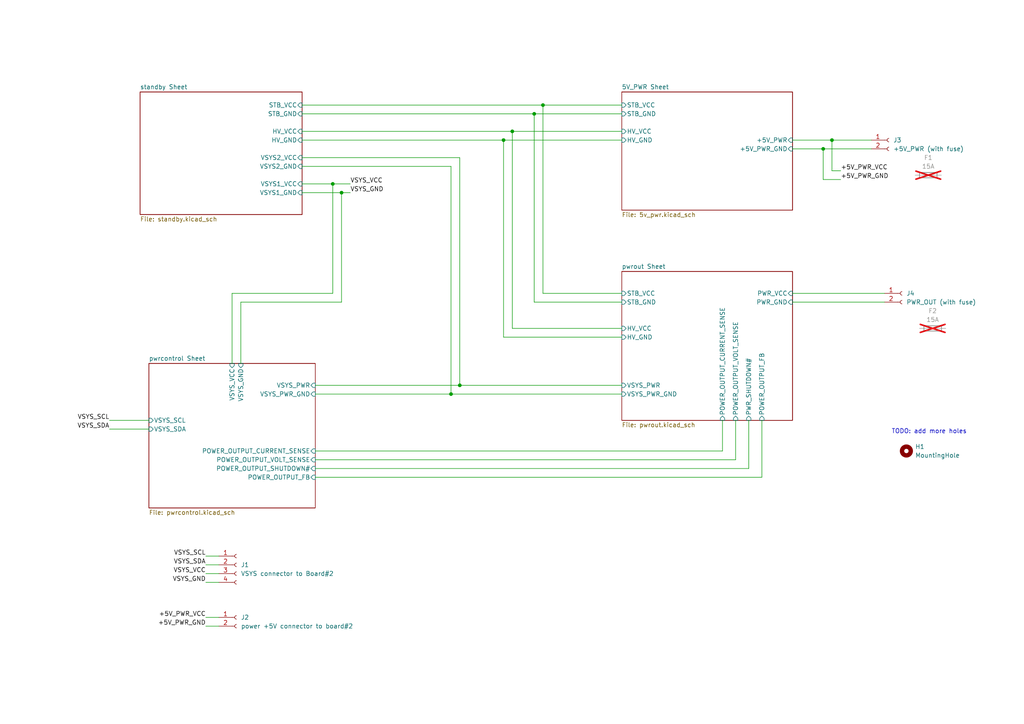
<source format=kicad_sch>
(kicad_sch (version 20231120) (generator "eeschema") (generator_version "8.0")
  (paper "A4")
  (lib_symbols
    (symbol "Connector:Conn_01x02_Socket" (pin_names (offset 1.016) hide)
      (property "Reference" "J" (at 0 2.54 0))
      (property "Value" "Conn_01x02_Socket" (at 0 -5.08 0))
      (symbol "Conn_01x02_Socket_1_1"
        (arc (start 0 -2.032) (mid -0.5058 -2.54) (end 0 -3.048) (stroke (width 0.1524)))
        (polyline (pts (xy -1.27 -2.54) (xy -0.508 -2.54)) (stroke (width 0.1524)))
        (polyline (pts (xy -1.27 0) (xy -0.508 0)) (stroke (width 0.1524)))
        (arc (start 0 0.508) (mid -0.5058 0) (end 0 -0.508) (stroke (width 0.1524)))
        (pin passive line (at -5.08 0 0) (length 3.81) (name "Pin_1") (number "1"))
        (pin passive line (at -5.08 -2.54 0) (length 3.81) (name "Pin_2") (number "2"))
      )
    )
    (symbol "Connector:Conn_01x04_Socket" (pin_names (offset 1.016) hide)
      (property "Reference" "J" (at 0 5.08 0))
      (property "Value" "Conn_01x04_Socket" (at 0 -7.62 0))
      (symbol "Conn_01x04_Socket_1_1"
        (arc (start 0 -4.572) (mid -0.5058 -5.08) (end 0 -5.588) (stroke (width 0.1524)))
        (arc (start 0 -2.032) (mid -0.5058 -2.54) (end 0 -3.048) (stroke (width 0.1524)))
        (polyline (pts (xy -1.27 -5.08) (xy -0.508 -5.08)) (stroke (width 0.1524)))
        (polyline (pts (xy -1.27 -2.54) (xy -0.508 -2.54)) (stroke (width 0.1524)))
        (polyline (pts (xy -1.27 0) (xy -0.508 0)) (stroke (width 0.1524)))
        (polyline (pts (xy -1.27 2.54) (xy -0.508 2.54)) (stroke (width 0.1524)))
        (arc (start 0 0.508) (mid -0.5058 0) (end 0 -0.508) (stroke (width 0.1524)))
        (arc (start 0 3.048) (mid -0.5058 2.54) (end 0 2.032) (stroke (width 0.1524)))
        (pin passive line (at -5.08 2.54 0) (length 3.81) (name "Pin_1") (number "1"))
        (pin passive line (at -5.08 0 0) (length 3.81) (name "Pin_2") (number "2"))
        (pin passive line (at -5.08 -2.54 0) (length 3.81) (name "Pin_3") (number "3"))
        (pin passive line (at -5.08 -5.08 0) (length 3.81) (name "Pin_4") (number "4"))
      )
    )
    (symbol "Device:Fuse" (pin_numbers hide) (pin_names (offset 0))
      (property "Reference" "F" (at 2.032 0 90))
      (property "Value" "Fuse" (at -1.905 0 90))
      (symbol "Fuse_0_1"
        (rectangle (start -0.762 -2.54) (end 0.762 2.54) (stroke (width 0.254)))
        (polyline (pts (xy 0 2.54) (xy 0 -2.54)))
      )
      (symbol "Fuse_1_1"
        (pin passive line (at 0 3.81 270) (length 1.27) (name "~") (number "1"))
        (pin passive line (at 0 -3.81 90) (length 1.27) (name "~") (number "2"))
      )
    )
    (symbol "Mechanical:MountingHole" (pin_names (offset 1.016))
      (property "Reference" "H" (at 0 5.08 0))
      (property "Value" "MountingHole" (at 0 3.175 0))
      (symbol "MountingHole_0_1"
        (circle (center 0 0) (radius 1.27) (stroke (width 1.27)))
      )
    )
  )
  (junction (at 241.3 40.64))
  (junction (at 99.06 55.88))
  (junction (at 154.94 33.02))
  (junction (at 146.05 40.64))
  (junction (at 157.48 30.48))
  (junction (at 130.81 114.3))
  (junction (at 96.52 53.34))
  (junction (at 238.76 43.18))
  (junction (at 148.59 38.1))
  (junction (at 133.35 111.76))
  (wire (pts (xy 243.84 52.07) (xy 238.76 52.07)))
  (wire (pts (xy 133.35 45.72) (xy 133.35 111.76)))
  (wire (pts (xy 99.06 87.63) (xy 99.06 55.88)))
  (wire (pts (xy 180.34 97.79) (xy 146.05 97.79)))
  (wire (pts (xy 209.55 130.81) (xy 209.55 121.92)))
  (wire (pts (xy 220.98 138.43) (xy 220.98 121.92)))
  (wire (pts (xy 96.52 85.09) (xy 96.52 53.34)))
  (wire (pts (xy 180.34 114.3) (xy 130.81 114.3)))
  (wire (pts (xy 148.59 38.1) (xy 180.34 38.1)))
  (wire (pts (xy 91.44 130.81) (xy 209.55 130.81)))
  (wire (pts (xy 146.05 97.79) (xy 146.05 40.64)))
  (wire (pts (xy 146.05 40.64) (xy 180.34 40.64)))
  (wire (pts (xy 180.34 87.63) (xy 154.94 87.63)))
  (wire (pts (xy 180.34 85.09) (xy 157.48 85.09)))
  (wire (pts (xy 130.81 48.26) (xy 87.63 48.26)))
  (wire (pts (xy 59.69 168.91) (xy 63.5 168.91)))
  (wire (pts (xy 69.85 87.63) (xy 99.06 87.63)))
  (wire (pts (xy 148.59 95.25) (xy 148.59 38.1)))
  (wire (pts (xy 91.44 114.3) (xy 130.81 114.3)))
  (wire (pts (xy 59.69 163.83) (xy 63.5 163.83)))
  (wire (pts (xy 59.69 166.37) (xy 63.5 166.37)))
  (wire (pts (xy 59.69 181.61) (xy 63.5 181.61)))
  (wire (pts (xy 99.06 55.88) (xy 101.6 55.88)))
  (wire (pts (xy 130.81 114.3) (xy 130.81 48.26)))
  (wire (pts (xy 241.3 49.53) (xy 241.3 40.64)))
  (wire (pts (xy 67.31 105.41) (xy 67.31 85.09)))
  (wire (pts (xy 59.69 179.07) (xy 63.5 179.07)))
  (wire (pts (xy 217.17 135.89) (xy 91.44 135.89)))
  (wire (pts (xy 91.44 111.76) (xy 133.35 111.76)))
  (wire (pts (xy 91.44 133.35) (xy 213.36 133.35)))
  (wire (pts (xy 87.63 45.72) (xy 133.35 45.72)))
  (wire (pts (xy 87.63 53.34) (xy 96.52 53.34)))
  (wire (pts (xy 229.87 40.64) (xy 241.3 40.64)))
  (wire (pts (xy 157.48 30.48) (xy 180.34 30.48)))
  (wire (pts (xy 87.63 33.02) (xy 154.94 33.02)))
  (wire (pts (xy 87.63 40.64) (xy 146.05 40.64)))
  (wire (pts (xy 229.87 43.18) (xy 238.76 43.18)))
  (wire (pts (xy 154.94 33.02) (xy 180.34 33.02)))
  (wire (pts (xy 133.35 111.76) (xy 180.34 111.76)))
  (wire (pts (xy 69.85 105.41) (xy 69.85 87.63)))
  (wire (pts (xy 96.52 53.34) (xy 101.6 53.34)))
  (wire (pts (xy 238.76 43.18) (xy 252.73 43.18)))
  (wire (pts (xy 154.94 87.63) (xy 154.94 33.02)))
  (wire (pts (xy 59.69 161.29) (xy 63.5 161.29)))
  (wire (pts (xy 213.36 133.35) (xy 213.36 121.92)))
  (wire (pts (xy 241.3 40.64) (xy 252.73 40.64)))
  (wire (pts (xy 87.63 38.1) (xy 148.59 38.1)))
  (wire (pts (xy 87.63 55.88) (xy 99.06 55.88)))
  (wire (pts (xy 67.31 85.09) (xy 96.52 85.09)))
  (wire (pts (xy 229.87 85.09) (xy 256.54 85.09)))
  (wire (pts (xy 31.75 121.92) (xy 43.18 121.92)))
  (wire (pts (xy 217.17 121.92) (xy 217.17 135.89)))
  (wire (pts (xy 238.76 52.07) (xy 238.76 43.18)))
  (wire (pts (xy 180.34 95.25) (xy 148.59 95.25)))
  (wire (pts (xy 243.84 49.53) (xy 241.3 49.53)))
  (wire (pts (xy 229.87 87.63) (xy 256.54 87.63)))
  (wire (pts (xy 87.63 30.48) (xy 157.48 30.48)))
  (wire (pts (xy 91.44 138.43) (xy 220.98 138.43)))
  (wire (pts (xy 157.48 85.09) (xy 157.48 30.48)))
  (wire (pts (xy 31.75 124.46) (xy 43.18 124.46)))
  (text "TODO: add more holes" (at 269.494 125.222 0) (effects (font (size 1.27 1.27))))
  (label "VSYS_SCL" (at 31.75 121.92 180))
  (label "VSYS_SCL" (at 59.69 161.29 180))
  (label "VSYS_GND" (at 59.69 168.91 180))
  (label "VSYS_VCC" (at 59.69 166.37 180))
  (label "+5V_PWR_GND" (at 243.84 52.07 0))
  (label "VSYS_SDA" (at 31.75 124.46 180))
  (label "+5V_PWR_VCC" (at 243.84 49.53 0))
  (label "+5V_PWR_GND" (at 59.69 181.61 180))
  (label "VSYS_GND" (at 101.6 55.88 0))
  (label "+5V_PWR_VCC" (at 59.69 179.07 180))
  (label "VSYS_VCC" (at 101.6 53.34 0))
  (label "VSYS_SDA" (at 59.69 163.83 180))
  (symbol (lib_id "Mechanical:MountingHole") (at 262.89 130.81 0) (unit 1) (in_bom no)
    (property "Reference" "H1" (at 265.43 129.54 0) (effects (justify left)))
    (property "Value" "MountingHole" (at 265.43 132.0799 0) (effects (justify left)))
    (property "Footprint" "MountingHole:MountingHole_2.2mm_M2" (effects (hide yes)))
  )
  (symbol (lib_id "Connector:Conn_01x02_Socket") (at 261.62 85.09 0) (unit 1)
    (property "Reference" "J4" (at 262.89 85.0899 0) (effects (justify left)))
    (property "Value" "PWR_OUT (with fuse)" (at 262.89 87.6299 0) (effects (justify left)))
    (property "Footprint" "Connector_Wire:SolderWire-1.5sqmm_1x02_P6mm_D1.7mm_OD3mm" (effects (hide yes)))
    (property "Description" "Generic connector, single row, 01x02, script generated" (effects (hide yes)))
  )
  (symbol (lib_id "Connector:Conn_01x02_Socket") (at 68.58 179.07 0) (unit 1)
    (property "Reference" "J2" (at 69.85 179.0699 0) (effects (justify left)))
    (property "Value" "power +5V connector to board#2" (at 69.85 181.6099 0) (effects (justify left)))
    (property "Footprint" "Connector_Wire:SolderWire-1.5sqmm_1x02_P6mm_D1.7mm_OD3mm" (effects (hide yes)))
    (property "Description" "Generic connector, single row, 01x02, script generated" (effects (hide yes)))
  )
  (symbol (lib_id "Device:Fuse") (at 269.24 50.8 90) (unit 1) (on_board no) (dnp yes)
    (property "Reference" "F1" (at 269.24 45.72 90))
    (property "Value" "15A" (at 269.24 48.26 90))
  )
  (symbol (lib_id "Device:Fuse") (at 270.51 95.25 90) (unit 1) (on_board no) (dnp yes)
    (property "Reference" "F2" (at 270.51 90.17 90))
    (property "Value" "15A" (at 270.51 92.71 90))
  )
  (symbol (lib_id "Connector:Conn_01x04_Socket") (at 68.58 163.83 0) (unit 1)
    (property "Reference" "J1" (at 69.85 163.8299 0) (effects (justify left)))
    (property "Value" "VSYS connector to Board#2" (at 69.85 166.3699 0) (effects (justify left)))
    (property "Footprint" "Connector_JST:JST_XH_B4B-XH-A_1x04_P2.50mm_Vertical" (effects (hide yes)))
    (property "Description" "Generic connector, single row, 01x04, script generated" (effects (hide yes)))
  )
  (symbol (lib_id "Connector:Conn_01x02_Socket") (at 257.81 40.64 0) (unit 1)
    (property "Reference" "J3" (at 259.08 40.6399 0) (effects (justify left)))
    (property "Value" "+5V_PWR (with fuse)" (at 259.08 43.1799 0) (effects (justify left)))
    (property "Footprint" "Connector_Wire:SolderWire-1.5sqmm_1x02_P6mm_D1.7mm_OD3mm" (effects (hide yes)))
    (property "Description" "Generic connector, single row, 01x02, script generated" (effects (hide yes)))
  )
  (sheet (at 40.64 26.67) (size 46.99 35.56) (stroke (width 0.1524))
    (property "Sheetname" "standby Sheet" (at 40.64 25.9584 0) (effects (justify left bottom)))
    (property "Sheetfile" "standby.kicad_sch" (at 40.64 62.8146 0) (effects (justify left top)))
    (pin "STB_GND" input (at 87.63 33.02 0))
    (pin "STB_VCC" input (at 87.63 30.48 0))
    (pin "HV_GND" input (at 87.63 40.64 0))
    (pin "HV_VCC" input (at 87.63 38.1 0))
    (pin "VSYS1_GND" input (at 87.63 55.88 0))
    (pin "VSYS2_VCC" input (at 87.63 45.72 0))
    (pin "VSYS1_VCC" input (at 87.63 53.34 0))
    (pin "VSYS2_GND" input (at 87.63 48.26 0))
  )
  (sheet (at 180.34 78.74) (size 49.53 43.18) (stroke (width 0.1524))
    (property "Sheetname" "pwrout Sheet" (at 180.34 78.0284 0) (effects (justify left bottom)))
    (property "Sheetfile" "pwrout.kicad_sch" (at 180.34 122.5046 0) (effects (justify left top)))
    (pin "STB_GND" input (at 180.34 87.63 180))
    (pin "STB_VCC" input (at 180.34 85.09 180))
    (pin "PWR_SHUTDOWN#" input (at 217.17 121.92 270))
    (pin "PWR_GND" input (at 229.87 87.63 0))
    (pin "HV_VCC" input (at 180.34 95.25 180))
    (pin "HV_GND" input (at 180.34 97.79 180))
    (pin "POWER_OUTPUT_FB" input (at 220.98 121.92 270))
    (pin "POWER_OUTPUT_VOLT_SENSE" input (at 213.36 121.92 270))
    (pin "POWER_OUTPUT_CURRENT_SENSE" input (at 209.55 121.92 270))
    (pin "PWR_VCC" input (at 229.87 85.09 0))
    (pin "VSYS_PWR_GND" input (at 180.34 114.3 180))
    (pin "VSYS_PWR" input (at 180.34 111.76 180))
  )
  (sheet (at 43.18 105.41) (size 48.26 41.91) (stroke (width 0.1524))
    (property "Sheetname" "pwrcontrol Sheet" (at 43.18 104.6984 0) (effects (justify left bottom)))
    (property "Sheetfile" "pwrcontrol.kicad_sch" (at 43.18 147.9046 0) (effects (justify left top)))
    (pin "POWER_OUTPUT_CURRENT_SENSE" input (at 91.44 130.81 0))
    (pin "POWER_OUTPUT_VOLT_SENSE" input (at 91.44 133.35 0))
    (pin "POWER_OUTPUT_SHUTDOWN#" input (at 91.44 135.89 0))
    (pin "VSYS_PWR" input (at 91.44 111.76 0))
    (pin "VSYS_PWR_GND" input (at 91.44 114.3 0))
    (pin "POWER_OUTPUT_FB" input (at 91.44 138.43 0))
    (pin "VSYS_GND" input (at 69.85 105.41 90))
    (pin "VSYS_SDA" input (at 43.18 124.46 180))
    (pin "VSYS_VCC" input (at 67.31 105.41 90))
    (pin "VSYS_SCL" input (at 43.18 121.92 180))
  )
  (sheet (at 180.34 26.67) (size 49.53 34.29) (stroke (width 0.1524))
    (property "Sheetname" "5V_PWR Sheet" (at 180.34 25.9584 0) (effects (justify left bottom)))
    (property "Sheetfile" "5v_pwr.kicad_sch" (at 180.34 61.5446 0) (effects (justify left top)))
    (pin "STB_VCC" input (at 180.34 30.48 180))
    (pin "HV_VCC" input (at 180.34 38.1 180))
    (pin "HV_GND" input (at 180.34 40.64 180))
    (pin "+5V_PWR_GND" input (at 229.87 43.18 0))
    (pin "+5V_PWR" input (at 229.87 40.64 0))
    (pin "STB_GND" input (at 180.34 33.02 180))
  )
)
</source>
